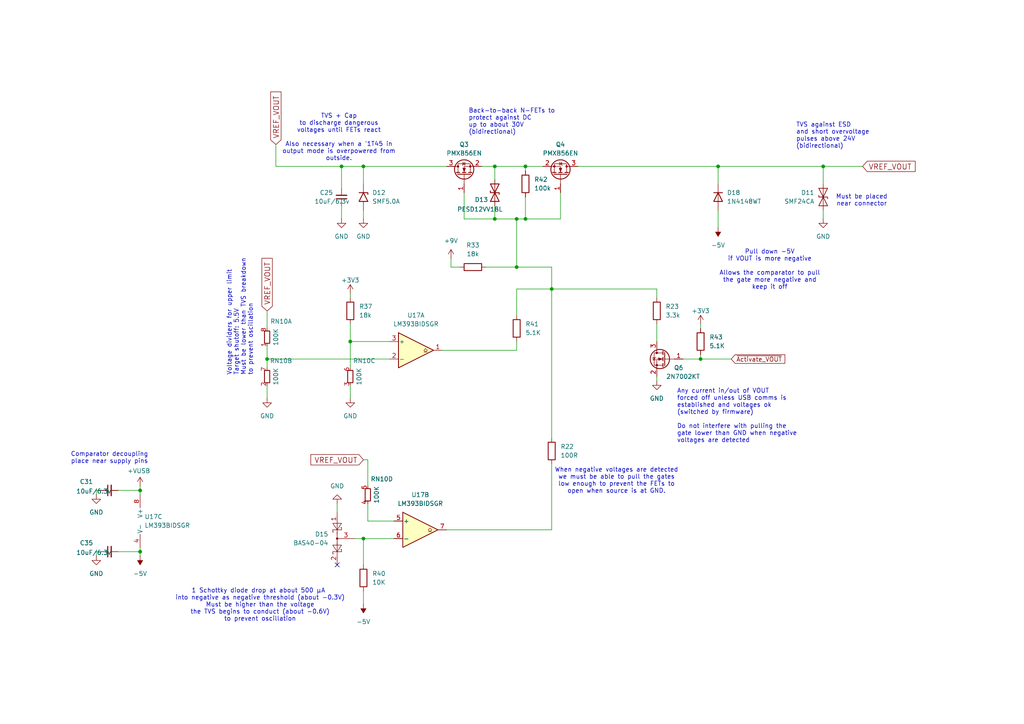
<source format=kicad_sch>
(kicad_sch (version 20231120) (generator "eeschema") (generator_version "8.0")
  (paper "A4")
  (lib_symbols
    (symbol "Comparator:LM393" (pin_names (offset 0.127))
      (property "Reference" "U" (at 3.81 3.81 0))
      (property "Value" "LM393" (at 6.35 -3.81 0))
      (symbol "LM393_1_1"
        (polyline (pts (xy -5.08 5.08) (xy 5.08 0) (xy -5.08 -5.08) (xy -5.08 5.08)) (stroke (width 0.254)) (fill (type background)))
        (polyline (pts (xy 3.302 -0.508) (xy 2.794 -0.508) (xy 3.302 0) (xy 2.794 0.508) (xy 2.286 0) (xy 2.794 -0.508) (xy 2.286 -0.508)) (stroke (width 0.127)))
        (pin open_collector line (at 7.62 0 180) (length 2.54) (name "~") (number "1"))
        (pin input line (at -7.62 -2.54 0) (length 2.54) (name "-") (number "2"))
        (pin input line (at -7.62 2.54 0) (length 2.54) (name "+") (number "3"))
      )
      (symbol "LM393_2_1"
        (polyline (pts (xy -5.08 5.08) (xy 5.08 0) (xy -5.08 -5.08) (xy -5.08 5.08)) (stroke (width 0.254)) (fill (type background)))
        (polyline (pts (xy 3.302 -0.508) (xy 2.794 -0.508) (xy 3.302 0) (xy 2.794 0.508) (xy 2.286 0) (xy 2.794 -0.508) (xy 2.286 -0.508)) (stroke (width 0.127)))
        (pin input line (at -7.62 2.54 0) (length 2.54) (name "+") (number "5"))
        (pin input line (at -7.62 -2.54 0) (length 2.54) (name "-") (number "6"))
        (pin open_collector line (at 7.62 0 180) (length 2.54) (name "~") (number "7"))
      )
      (symbol "LM393_3_1"
        (pin power_in line (at -2.54 -7.62 90) (length 3.81) (name "V-") (number "4"))
        (pin power_in line (at -2.54 7.62 270) (length 3.81) (name "V+") (number "8"))
      )
    )
    (symbol "Device:C_Small" (pin_numbers hide) (pin_names (offset 0.254) hide)
      (property "Reference" "C" (at 0.254 1.778 0))
      (property "Value" "C_Small" (at 0.254 -2.032 0))
      (symbol "C_Small_0_1"
        (polyline (pts (xy -1.524 -0.508) (xy 1.524 -0.508)) (stroke (width 0.3302)))
        (polyline (pts (xy -1.524 0.508) (xy 1.524 0.508)) (stroke (width 0.3048)))
      )
      (symbol "C_Small_1_1"
        (pin passive line (at 0 2.54 270) (length 2.032) (name "~") (number "1"))
        (pin passive line (at 0 -2.54 90) (length 2.032) (name "~") (number "2"))
      )
    )
    (symbol "Device:D_TVS" (pin_numbers hide) (pin_names (offset 1.016) hide)
      (property "Reference" "D" (at 0 2.54 0))
      (property "Value" "D_TVS" (at 0 -2.54 0))
      (symbol "D_TVS_0_1"
        (polyline (pts (xy 1.27 0) (xy -1.27 0)))
        (polyline (pts (xy 0.508 1.27) (xy 0 1.27) (xy 0 -1.27) (xy -0.508 -1.27)) (stroke (width 0.254)))
        (polyline (pts (xy -2.54 1.27) (xy -2.54 -1.27) (xy 2.54 1.27) (xy 2.54 -1.27) (xy -2.54 1.27)) (stroke (width 0.254)))
      )
      (symbol "D_TVS_1_1"
        (pin passive line (at -3.81 0 0) (length 2.54) (name "A1") (number "1"))
        (pin passive line (at 3.81 0 180) (length 2.54) (name "A2") (number "2"))
      )
    )
    (symbol "Device:Q_NMOS_GSD" (pin_names (offset 0) hide)
      (property "Reference" "Q" (at 5.08 1.27 0))
      (property "Value" "Q_NMOS_GSD" (at 5.08 -1.27 0))
      (symbol "Q_NMOS_GSD_0_1"
        (polyline (pts (xy 0.254 0) (xy -2.54 0)))
        (polyline (pts (xy 0.254 1.905) (xy 0.254 -1.905)) (stroke (width 0.254)))
        (polyline (pts (xy 0.762 -1.27) (xy 0.762 -2.286)) (stroke (width 0.254)))
        (polyline (pts (xy 0.762 0.508) (xy 0.762 -0.508)) (stroke (width 0.254)))
        (polyline (pts (xy 0.762 2.286) (xy 0.762 1.27)) (stroke (width 0.254)))
        (polyline (pts (xy 2.54 2.54) (xy 2.54 1.778)))
        (polyline (pts (xy 2.54 -2.54) (xy 2.54 0) (xy 0.762 0)))
        (polyline (pts (xy 0.762 -1.778) (xy 3.302 -1.778) (xy 3.302 1.778) (xy 0.762 1.778)))
        (polyline (pts (xy 1.016 0) (xy 2.032 0.381) (xy 2.032 -0.381) (xy 1.016 0)) (fill (type outline)))
        (polyline (pts (xy 2.794 0.508) (xy 2.921 0.381) (xy 3.683 0.381) (xy 3.81 0.254)))
        (polyline (pts (xy 3.302 0.381) (xy 2.921 -0.254) (xy 3.683 -0.254) (xy 3.302 0.381)))
        (circle (center 1.651 0) (radius 2.794) (stroke (width 0.254)))
        (circle (center 2.54 -1.778) (radius 0.254) (fill (type outline)))
        (circle (center 2.54 1.778) (radius 0.254) (fill (type outline)))
      )
      (symbol "Q_NMOS_GSD_1_1"
        (pin input line (at -5.08 0 0) (length 2.54) (name "G") (number "1"))
        (pin passive line (at 2.54 -5.08 90) (length 2.54) (name "S") (number "2"))
        (pin passive line (at 2.54 5.08 270) (length 2.54) (name "D") (number "3"))
      )
    )
    (symbol "Device:R" (pin_numbers hide) (pin_names (offset 0))
      (property "Reference" "R" (at 2.032 0 90))
      (property "Value" "R" (at 0 0 90))
      (symbol "R_0_1"
        (rectangle (start -1.016 -2.54) (end 1.016 2.54) (stroke (width 0.254)))
      )
      (symbol "R_1_1"
        (pin passive line (at 0 3.81 270) (length 1.27) (name "~") (number "1"))
        (pin passive line (at 0 -3.81 90) (length 1.27) (name "~") (number "2"))
      )
    )
    (symbol "Diode:1N4148WS" (pin_numbers hide) (pin_names hide)
      (property "Reference" "D" (at 0 2.54 0))
      (property "Value" "1N4148WS" (at 0 -2.54 0))
      (symbol "1N4148WS_0_1"
        (polyline (pts (xy -1.27 1.27) (xy -1.27 -1.27)) (stroke (width 0.254)))
        (polyline (pts (xy 1.27 0) (xy -1.27 0)))
        (polyline (pts (xy 1.27 1.27) (xy 1.27 -1.27) (xy -1.27 0) (xy 1.27 1.27)) (stroke (width 0.254)))
      )
      (symbol "1N4148WS_1_1"
        (pin passive line (at -3.81 0 0) (length 2.54) (name "K") (number "1"))
        (pin passive line (at 3.81 0 180) (length 2.54) (name "A") (number "2"))
      )
    )
    (symbol "Diode:BAS40-04" (pin_names (offset 1.016))
      (property "Reference" "D" (at 0.635 -1.27 0))
      (property "Value" "BAS40-04" (at -6.35 5.715 0))
      (symbol "BAS40-04_0_1"
        (polyline (pts (xy -3.81 2.54) (xy -1.27 2.54)))
        (polyline (pts (xy -3.175 1.27) (xy -3.175 1.524)))
        (polyline (pts (xy -2.54 1.27) (xy -3.175 1.27)))
        (polyline (pts (xy -2.54 1.27) (xy -2.54 3.81)))
        (polyline (pts (xy -2.54 3.81) (xy -1.905 3.81)))
        (polyline (pts (xy -1.905 2.54) (xy 1.905 2.54)))
        (polyline (pts (xy -1.905 3.81) (xy -1.905 3.556)))
        (polyline (pts (xy 1.27 2.54) (xy 3.81 2.54)))
        (polyline (pts (xy 3.175 1.27) (xy 3.175 1.524)))
        (polyline (pts (xy 3.81 1.27) (xy 3.175 1.27)))
        (polyline (pts (xy 3.81 1.27) (xy 3.81 3.81)))
        (polyline (pts (xy 3.81 3.81) (xy 4.445 3.81)))
        (polyline (pts (xy 4.445 3.81) (xy 4.445 3.556)))
        (polyline (pts (xy -4.445 3.81) (xy -4.445 1.27) (xy -2.54 2.54) (xy -4.445 3.81)))
        (polyline (pts (xy 1.905 3.81) (xy 1.905 1.27) (xy 3.81 2.54) (xy 1.905 3.81)))
        (circle (center 0 2.54) (radius 0.254) (fill (type outline)))
      )
      (symbol "BAS40-04_1_1"
        (pin passive line (at -7.62 2.54 0) (length 3.81) (name "~") (number "1"))
        (pin passive line (at 7.62 2.54 180) (length 3.81) (name "~") (number "2"))
        (pin passive line (at 0 -2.54 90) (length 5.08) (name "~") (number "3"))
      )
    )
    (symbol "Diode:SMAJ5.0A" (pin_numbers hide) (pin_names (offset 1.016) hide)
      (property "Reference" "D" (at 0 2.54 0))
      (property "Value" "SMAJ5.0A" (at 0 -2.54 0))
      (symbol "SMAJ5.0A_0_1"
        (polyline (pts (xy -0.762 1.27) (xy -1.27 1.27) (xy -1.27 -1.27)) (stroke (width 0.254)))
        (polyline (pts (xy 1.27 1.27) (xy 1.27 -1.27) (xy -1.27 0) (xy 1.27 1.27)) (stroke (width 0.254)))
      )
      (symbol "SMAJ5.0A_1_1"
        (pin passive line (at -3.81 0 0) (length 2.54) (name "A1") (number "1"))
        (pin passive line (at 3.81 0 180) (length 2.54) (name "A2") (number "2"))
      )
    )
    (symbol "Diode:SMAJ5.0CA" (pin_numbers hide) (pin_names (offset 1.016) hide)
      (property "Reference" "D" (at 0 2.54 0))
      (property "Value" "SMAJ5.0CA" (at 0 -2.54 0))
      (symbol "SMAJ5.0CA_0_1"
        (polyline (pts (xy 1.27 0) (xy -1.27 0)))
        (polyline (pts (xy -2.54 -1.27) (xy 0 0) (xy -2.54 1.27) (xy -2.54 -1.27)) (stroke (width 0.2032)))
        (polyline (pts (xy 0.508 1.27) (xy 0 1.27) (xy 0 -1.27) (xy -0.508 -1.27)) (stroke (width 0.2032)))
        (polyline (pts (xy 2.54 1.27) (xy 2.54 -1.27) (xy 0 0) (xy 2.54 1.27)) (stroke (width 0.2032)))
      )
      (symbol "SMAJ5.0CA_1_1"
        (pin passive line (at -3.81 0 0) (length 2.54) (name "A1") (number "1"))
        (pin passive line (at 3.81 0 180) (length 2.54) (name "A2") (number "2"))
      )
    )
    (symbol "GND_1" (power) (pin_numbers hide) (pin_names (offset 0) hide)
      (property "Value" "GND" (at 0 -3.81 0))
      (symbol "GND_1_0_1"
        (polyline (pts (xy 0 0) (xy 0 -1.27) (xy 1.27 -1.27) (xy 0 -2.54) (xy -1.27 -1.27) (xy 0 -1.27)))
      )
      (symbol "GND_1_1_1"
        (pin power_in line (at 0 0 270) (length 0) (name "~") (number "1"))
      )
    )
    (symbol "GND_2" (power) (pin_numbers hide) (pin_names (offset 0) hide)
      (property "Value" "GND" (at 0 -3.81 0))
      (symbol "GND_2_0_1"
        (polyline (pts (xy 0 0) (xy 0 -1.27) (xy 1.27 -1.27) (xy 0 -2.54) (xy -1.27 -1.27) (xy 0 -1.27)))
      )
      (symbol "GND_2_1_1"
        (pin power_in line (at 0 0 270) (length 0) (name "~") (number "1"))
      )
    )
    (symbol "GND_3" (power) (pin_numbers hide) (pin_names (offset 0) hide)
      (property "Value" "GND" (at 0 -3.81 0))
      (symbol "GND_3_0_1"
        (polyline (pts (xy 0 0) (xy 0 -1.27) (xy 1.27 -1.27) (xy 0 -2.54) (xy -1.27 -1.27) (xy 0 -1.27)))
      )
      (symbol "GND_3_1_1"
        (pin power_in line (at 0 0 270) (length 0) (name "~") (number "1"))
      )
    )
    (symbol "GND_4" (power) (pin_numbers hide) (pin_names (offset 0) hide)
      (property "Value" "GND" (at 0 -3.81 0))
      (symbol "GND_4_0_1"
        (polyline (pts (xy 0 0) (xy 0 -1.27) (xy 1.27 -1.27) (xy 0 -2.54) (xy -1.27 -1.27) (xy 0 -1.27)))
      )
      (symbol "GND_4_1_1"
        (pin power_in line (at 0 0 270) (length 0) (name "~") (number "1"))
      )
    )
    (symbol "GND_7" (power) (pin_numbers hide) (pin_names (offset 0) hide)
      (property "Value" "GND" (at 0 -3.81 0))
      (symbol "GND_7_0_1"
        (polyline (pts (xy 0 0) (xy 0 -1.27) (xy 1.27 -1.27) (xy 0 -2.54) (xy -1.27 -1.27) (xy 0 -1.27)))
      )
      (symbol "GND_7_1_1"
        (pin power_in line (at 0 0 270) (length 0) (name "~") (number "1"))
      )
    )
    (symbol "Transistor_FET:BSS138" (pin_names hide)
      (property "Reference" "Q" (at 5.08 1.905 0))
      (property "Value" "BSS138" (at 5.08 0 0))
      (symbol "BSS138_0_1"
        (polyline (pts (xy 0.254 0) (xy -2.54 0)))
        (polyline (pts (xy 0.254 1.905) (xy 0.254 -1.905)) (stroke (width 0.254)))
        (polyline (pts (xy 0.762 -1.27) (xy 0.762 -2.286)) (stroke (width 0.254)))
        (polyline (pts (xy 0.762 0.508) (xy 0.762 -0.508)) (stroke (width 0.254)))
        (polyline (pts (xy 0.762 2.286) (xy 0.762 1.27)) (stroke (width 0.254)))
        (polyline (pts (xy 2.54 2.54) (xy 2.54 1.778)))
        (polyline (pts (xy 2.54 -2.54) (xy 2.54 0) (xy 0.762 0)))
        (polyline (pts (xy 0.762 -1.778) (xy 3.302 -1.778) (xy 3.302 1.778) (xy 0.762 1.778)))
        (polyline (pts (xy 1.016 0) (xy 2.032 0.381) (xy 2.032 -0.381) (xy 1.016 0)) (fill (type outline)))
        (polyline (pts (xy 2.794 0.508) (xy 2.921 0.381) (xy 3.683 0.381) (xy 3.81 0.254)))
        (polyline (pts (xy 3.302 0.381) (xy 2.921 -0.254) (xy 3.683 -0.254) (xy 3.302 0.381)))
        (circle (center 1.651 0) (radius 2.794) (stroke (width 0.254)))
        (circle (center 2.54 -1.778) (radius 0.254) (fill (type outline)))
        (circle (center 2.54 1.778) (radius 0.254) (fill (type outline)))
      )
      (symbol "BSS138_1_1"
        (pin input line (at -5.08 0 0) (length 2.54) (name "G") (number "1"))
        (pin passive line (at 2.54 -5.08 90) (length 2.54) (name "S") (number "2"))
        (pin passive line (at 2.54 5.08 270) (length 2.54) (name "D") (number "3"))
      )
    )
    (symbol "dp-power:+VUSB" (power) (pin_names (offset 1.016))
      (property "Value" "+VUSB" (at 0 5.08 0))
      (symbol "+VUSB_0_1"
        (polyline (pts (xy 0 0) (xy 0 2.54)))
        (polyline (pts (xy 0 2.54) (xy -0.762 1.27)))
        (polyline (pts (xy 0 2.54) (xy 0.762 1.27)))
      )
      (symbol "+VUSB_1_1"
        (pin power_in line (at 0 0 90) (length 0) hide (name "+VUSB") (number "1"))
      )
    )
    (symbol "dp-rarray:R_Array" (pin_names (offset 0) hide)
      (property "Reference" "RN" (at 2.286 0.762 0))
      (property "Value" "R_Array" (at 4.572 -0.762 0))
      (symbol "R_Array_0_1"
        (rectangle (start 0.762 1.778) (end -0.762 -1.778) (stroke (width 0.254)))
      )
      (symbol "R_Array_1_1"
        (pin passive line (at 0 2.54 270) (length 0.762) (name "R1.1") (number "1"))
        (pin passive line (at 0 -2.54 90) (length 0.762) (name "R1.8") (number "8"))
      )
      (symbol "R_Array_2_1"
        (pin passive line (at 0 2.54 270) (length 0.762) (name "R1.1") (number "2"))
        (pin passive line (at 0 -2.54 90) (length 0.762) (name "R1.8") (number "7"))
      )
      (symbol "R_Array_3_1"
        (pin passive line (at 0 2.54 270) (length 0.762) (name "R1.1") (number "3"))
        (pin passive line (at 0 -2.54 90) (length 0.762) (name "R1.8") (number "6"))
      )
      (symbol "R_Array_4_1"
        (pin passive line (at 0 2.54 270) (length 0.762) (name "R1.1") (number "4"))
        (pin passive line (at 0 -2.54 90) (length 0.762) (name "R1.8") (number "5"))
      )
    )
    (symbol "power:+3V3" (power) (pin_names (offset 0))
      (property "Value" "+3V3" (at 0 3.556 0))
      (symbol "+3V3_0_1"
        (polyline (pts (xy -0.762 1.27) (xy 0 2.54)))
        (polyline (pts (xy 0 0) (xy 0 2.54)))
        (polyline (pts (xy 0 2.54) (xy 0.762 1.27)))
      )
      (symbol "+3V3_1_1"
        (pin power_in line (at 0 0 90) (length 0) hide (name "+3V3") (number "1"))
      )
    )
    (symbol "power:+9V" (power) (pin_numbers hide) (pin_names (offset 0) hide)
      (property "Value" "+9V" (at 0 3.556 0))
      (symbol "+9V_0_1"
        (polyline (pts (xy -0.762 1.27) (xy 0 2.54)))
        (polyline (pts (xy 0 0) (xy 0 2.54)))
        (polyline (pts (xy 0 2.54) (xy 0.762 1.27)))
      )
      (symbol "+9V_1_1"
        (pin power_in line (at 0 0 90) (length 0) (name "~") (number "1"))
      )
    )
    (symbol "power:-5V" (power) (pin_numbers hide) (pin_names (offset 0) hide)
      (property "Value" "-5V" (at 0 3.556 0))
      (symbol "-5V_0_0"
        (pin power_in line (at 0 0 90) (length 0) (name "~") (number "1"))
      )
      (symbol "-5V_0_1"
        (polyline (pts (xy 0 0) (xy 0 1.27) (xy 0.762 1.27) (xy 0 2.54) (xy -0.762 1.27) (xy 0 1.27)) (fill (type outline)))
      )
    )
  )
  (junction (at 105.41 48.26))
  (junction (at 143.51 63.5))
  (junction (at 99.06 48.26))
  (junction (at 160.02 83.82))
  (junction (at 77.47 104.14))
  (junction (at 152.4 48.26))
  (junction (at 152.4 63.5))
  (junction (at 143.51 48.26))
  (junction (at 101.6 99.06))
  (junction (at 203.2 104.14))
  (junction (at 40.64 160.02))
  (junction (at 149.86 63.5))
  (junction (at 105.41 156.21))
  (junction (at 149.86 77.47))
  (junction (at 238.76 48.26))
  (junction (at 208.28 48.26))
  (junction (at 40.64 142.24))
  (no_connect (at 97.79 163.83))
  (wire (pts (xy 105.41 156.21) (xy 114.3 156.21)))
  (wire (pts (xy 152.4 63.5) (xy 162.56 63.5)))
  (wire (pts (xy 143.51 59.69) (xy 143.51 63.5)))
  (wire (pts (xy 77.47 104.14) (xy 77.47 106.68)))
  (wire (pts (xy 80.01 41.91) (xy 80.01 48.26)))
  (wire (pts (xy 40.64 158.75) (xy 40.64 160.02)))
  (wire (pts (xy 101.6 99.06) (xy 113.03 99.06)))
  (wire (pts (xy 105.41 48.26) (xy 105.41 53.34)))
  (wire (pts (xy 149.86 77.47) (xy 149.86 63.5)))
  (wire (pts (xy 160.02 83.82) (xy 149.86 83.82)))
  (wire (pts (xy 160.02 83.82) (xy 160.02 127)))
  (wire (pts (xy 149.86 77.47) (xy 160.02 77.47)))
  (wire (pts (xy 190.5 86.36) (xy 190.5 83.82)))
  (wire (pts (xy 77.47 111.76) (xy 77.47 115.57)))
  (wire (pts (xy 238.76 60.96) (xy 238.76 63.5)))
  (wire (pts (xy 129.54 153.67) (xy 160.02 153.67)))
  (wire (pts (xy 101.6 99.06) (xy 101.6 106.68)))
  (wire (pts (xy 162.56 63.5) (xy 162.56 55.88)))
  (wire (pts (xy 203.2 104.14) (xy 212.09 104.14)))
  (wire (pts (xy 198.12 104.14) (xy 203.2 104.14)))
  (wire (pts (xy 149.86 99.06) (xy 149.86 101.6)))
  (wire (pts (xy 34.29 160.02) (xy 40.64 160.02)))
  (wire (pts (xy 99.06 59.69) (xy 99.06 63.5)))
  (wire (pts (xy 167.64 48.26) (xy 208.28 48.26)))
  (wire (pts (xy 77.47 100.33) (xy 77.47 104.14)))
  (wire (pts (xy 105.41 156.21) (xy 105.41 163.83)))
  (wire (pts (xy 208.28 48.26) (xy 238.76 48.26)))
  (wire (pts (xy 152.4 48.26) (xy 152.4 49.53)))
  (wire (pts (xy 208.28 60.96) (xy 208.28 66.04)))
  (wire (pts (xy 105.41 171.45) (xy 105.41 175.26)))
  (wire (pts (xy 101.6 111.76) (xy 101.6 115.57)))
  (wire (pts (xy 27.94 142.24) (xy 27.94 143.51)))
  (wire (pts (xy 160.02 153.67) (xy 160.02 134.62)))
  (wire (pts (xy 80.01 48.26) (xy 99.06 48.26)))
  (wire (pts (xy 77.47 104.14) (xy 113.03 104.14)))
  (wire (pts (xy 139.7 48.26) (xy 143.51 48.26)))
  (wire (pts (xy 134.62 63.5) (xy 134.62 55.88)))
  (wire (pts (xy 40.64 140.97) (xy 40.64 142.24)))
  (wire (pts (xy 190.5 93.98) (xy 190.5 99.06)))
  (wire (pts (xy 40.64 142.24) (xy 40.64 143.51)))
  (wire (pts (xy 34.29 142.24) (xy 40.64 142.24)))
  (wire (pts (xy 106.68 146.05) (xy 106.68 151.13)))
  (wire (pts (xy 29.21 160.02) (xy 27.94 160.02)))
  (wire (pts (xy 128.27 101.6) (xy 149.86 101.6)))
  (wire (pts (xy 106.68 133.35) (xy 106.68 140.97)))
  (wire (pts (xy 149.86 63.5) (xy 152.4 63.5)))
  (wire (pts (xy 190.5 83.82) (xy 160.02 83.82)))
  (wire (pts (xy 149.86 63.5) (xy 143.51 63.5)))
  (wire (pts (xy 77.47 90.17) (xy 77.47 95.25)))
  (wire (pts (xy 238.76 48.26) (xy 238.76 53.34)))
  (wire (pts (xy 134.62 63.5) (xy 143.51 63.5)))
  (wire (pts (xy 99.06 48.26) (xy 99.06 54.61)))
  (wire (pts (xy 140.97 77.47) (xy 149.86 77.47)))
  (wire (pts (xy 114.3 151.13) (xy 106.68 151.13)))
  (wire (pts (xy 97.79 146.05) (xy 97.79 148.59)))
  (wire (pts (xy 102.87 156.21) (xy 105.41 156.21)))
  (wire (pts (xy 40.64 160.02) (xy 40.64 161.29)))
  (wire (pts (xy 29.21 142.24) (xy 27.94 142.24)))
  (wire (pts (xy 208.28 48.26) (xy 208.28 53.34)))
  (wire (pts (xy 99.06 48.26) (xy 105.41 48.26)))
  (wire (pts (xy 27.94 160.02) (xy 27.94 161.29)))
  (wire (pts (xy 105.41 48.26) (xy 129.54 48.26)))
  (wire (pts (xy 152.4 57.15) (xy 152.4 63.5)))
  (wire (pts (xy 143.51 48.26) (xy 143.51 52.07)))
  (wire (pts (xy 238.76 48.26) (xy 250.19 48.26)))
  (wire (pts (xy 149.86 83.82) (xy 149.86 91.44)))
  (wire (pts (xy 143.51 48.26) (xy 152.4 48.26)))
  (wire (pts (xy 105.41 133.35) (xy 106.68 133.35)))
  (wire (pts (xy 160.02 77.47) (xy 160.02 83.82)))
  (wire (pts (xy 190.5 109.22) (xy 190.5 110.49)))
  (wire (pts (xy 130.81 74.93) (xy 130.81 77.47)))
  (wire (pts (xy 105.41 60.96) (xy 105.41 63.5)))
  (wire (pts (xy 130.81 77.47) (xy 133.35 77.47)))
  (wire (pts (xy 101.6 85.09) (xy 101.6 86.36)))
  (wire (pts (xy 152.4 48.26) (xy 157.48 48.26)))
  (wire (pts (xy 203.2 102.87) (xy 203.2 104.14)))
  (wire (pts (xy 101.6 93.98) (xy 101.6 99.06)))
  (wire (pts (xy 203.2 93.98) (xy 203.2 95.25)))
  (text "When negative voltages are detected\nwe must be able to pull the gates\nlow enough to prevent the FETs to\nopen when source is at GND." (at 178.816 139.446 0) (effects (font (size 1.27 1.27))))
  (text "TVS against ESD\nand short overvoltage\npulses above 24V\n(bidirectional)" (at 230.886 39.37 0) (effects (font (size 1.27 1.27)) (justify left)))
  (text "TVS + Cap\nto discharge dangerous\nvoltages until FETs react\n\nAlso necessary when a '1T45 in\noutput mode is overpowered from\noutside." (at 98.298 39.878 0) (effects (font (size 1.27 1.27))))
  (text "Back-to-back N-FETs to\nprotect against DC\nup to about 30V\n(bidirectional)" (at 135.89 35.306 0) (effects (font (size 1.27 1.27)) (justify left)))
  (text "Pull down -5V\nif VOUT is more negative\n\nAllows the comparator to pull\nthe gate more negative and\nkeep it off" (at 223.266 78.232 0) (effects (font (size 1.27 1.27))))
  (text "1 Schottky diode drop at about 500 µA \ninto negative as negative threshold (about -0.3V)\nMust be higher than the voltage\nthe TVS begins to conduct (about -0.6V)\nto prevent oscillation" (at 75.438 175.514 0) (effects (font (size 1.27 1.27))))
  (text "Comparator decoupling\nplace near supply pins" (at 31.75 132.842 0) (effects (font (size 1.27 1.27))))
  (text "Voltage dividers for upper limit\nTarget shutoff: 5.5V\nMust be lower than TVS breakdown\nto prevent oscillation" (at 69.596 108.966 90) (effects (font (size 1.27 1.27)) (justify left)))
  (text "Any current in/out of VOUT\nforced off unless USB comms is\nestablished and voltages ok\n(switched by firmware)\n\nDo not interfere with pulling the\ngate lower than GND when negative\nvoltages are detected" (at 196.342 120.65 0) (effects (font (size 1.27 1.27)) (justify left)))
  (text "Must be placed\nnear connector" (at 249.936 58.166 0) (effects (font (size 1.27 1.27))))
  (global_label "VREF_VOUT" (shape input) (at 105.41 133.35 180) (effects (font (size 1.524 1.524))) (property "Intersheetrefs" "${INTERSHEET_REFS}" (effects (hide yes))))
  (global_label "VREF_VOUT" (shape input) (at 77.47 90.17 90) (effects (font (size 1.524 1.524))) (property "Intersheetrefs" "${INTERSHEET_REFS}" (effects (hide yes))))
  (global_label "~{Activate_VOUT}" (shape input) (at 212.09 104.14 0) (property "Intersheetrefs" "${INTERSHEET_REFS}" (effects (hide yes))))
  (global_label "VREF_VOUT" (shape input) (at 250.19 48.26 0) (effects (font (size 1.524 1.524))) (property "Intersheetrefs" "${INTERSHEET_REFS}" (effects (hide yes))))
  (global_label "VREF_VOUT" (shape input) (at 80.01 41.91 90) (effects (font (size 1.524 1.524))) (property "Intersheetrefs" "${INTERSHEET_REFS}" (effects (hide yes))))
  (symbol (lib_id "power:-5V") (at 105.41 175.26 180) (unit 1)
    (property "Reference" "#PWR0134" (effects (hide yes)))
    (property "Value" "-5V" (at 105.41 180.34 0))
    (property "Description" "Power symbol creates a global label with name \"-5V\"" (effects (hide yes)))
  )
  (symbol (lib_id "power:+9V") (at 130.81 74.93 0) (unit 1)
    (property "Reference" "#PWR0102" (effects (hide yes)))
    (property "Value" "+9V" (at 130.81 69.85 0))
    (property "Description" "Power symbol creates a global label with name \"+9V\"" (effects (hide yes)))
  )
  (symbol (lib_id "Device:C_Small") (at 31.75 160.02 90) (unit 1)
    (property "Reference" "C35" (at 23.114 157.48 90) (effects (justify right)))
    (property "Value" "10uF/6.3v" (at 22.098 160.274 90) (effects (justify right)))
    (property "Footprint" "Capacitor_SMD:C_0402_1005Metric" (effects (hide yes)))
    (property "Description" "CL05A106MQ5NUN" (effects (hide yes)))
    (property "RMB" "0.037726" (effects (hide yes)))
    (property "Supplier" "https://item.szlcsc.com/1877.html" (effects (hide yes)))
    (property "MANUFACTURER" "Samsung" (effects (hide yes)))
  )
  (symbol (lib_id "dp-rarray:R_Array") (at 77.47 109.22 180) (unit 2)
    (property "Reference" "RN10" (at 81.534 104.648 0))
    (property "Value" "100K" (at 80.01 109.22 90))
    (property "Footprint" "Resistor_SMD:R_Array_Convex_4x0402" (effects (hide yes)))
    (property "Datasheet" "http://www.vishay.com/docs/31509/csc.pdf" (effects (hide yes)))
    (property "RMB" "0.03666" (effects (hide yes)))
    (property "Supplier" "https://item.szlcsc.com/635571.html" (effects (hide yes)))
  )
  (symbol (lib_id "Comparator:LM393") (at 120.65 101.6 0) (unit 1)
    (property "Reference" "U17" (at 120.65 91.44 0))
    (property "Value" "LM393BIDSGR" (at 120.65 93.98 0))
    (property "Footprint" "Package_SON:WSON-8-1EP_2x2mm_P0.5mm_EP0.9x1.6mm" (effects (hide yes)))
    (property "Datasheet" "http://www.ti.com/lit/ds/symlink/lm393.pdf" (effects (hide yes)))
    (property "Description" "Low-Power, Low-Offset Voltage, Dual Comparators, WSON-8 2x2mm" (effects (hide yes)))
  )
  (symbol (lib_id "power:+3V3") (at 101.6 85.09 0) (unit 1)
    (property "Reference" "#PWR0103" (effects (hide yes)))
    (property "Value" "+3V3" (at 101.6 81.28 0))
  )
  (symbol (lib_id "Device:R") (at 190.5 90.17 0) (unit 1)
    (property "Reference" "R23" (at 193.04 88.8999 0) (effects (justify left)))
    (property "Value" "3.3k" (at 193.04 91.4399 0) (effects (justify left)))
    (property "Footprint" "Resistor_SMD:R_0402_1005Metric" (effects (hide yes)))
    (property "Description" "Resistor" (effects (hide yes)))
  )
  (symbol (lib_id "dp-rarray:R_Array") (at 106.68 143.51 180) (unit 4)
    (property "Reference" "RN10" (at 110.744 138.938 0))
    (property "Value" "100K" (at 109.22 143.51 90))
    (property "Footprint" "Resistor_SMD:R_Array_Convex_4x0402" (effects (hide yes)))
    (property "Datasheet" "http://www.vishay.com/docs/31509/csc.pdf" (effects (hide yes)))
    (property "RMB" "0.03666" (effects (hide yes)))
    (property "Supplier" "https://item.szlcsc.com/635571.html" (effects (hide yes)))
  )
  (symbol (lib_name "GND_4") (lib_id "power:GND") (at 27.94 161.29 0) (unit 1)
    (property "Reference" "#PWR0149" (effects (hide yes)))
    (property "Value" "GND" (at 27.94 166.37 0))
    (property "Description" "Power symbol creates a global label with name \"GND\" , ground" (effects (hide yes)))
  )
  (symbol (lib_id "Comparator:LM393") (at 43.18 151.13 0) (unit 3)
    (property "Reference" "U17" (at 41.91 149.8599 0) (effects (justify left)))
    (property "Value" "LM393BIDSGR" (at 41.91 152.3999 0) (effects (justify left)))
    (property "Footprint" "Package_SON:WSON-8-1EP_2x2mm_P0.5mm_EP0.9x1.6mm" (effects (hide yes)))
    (property "Datasheet" "http://www.ti.com/lit/ds/symlink/lm393.pdf" (effects (hide yes)))
    (property "Description" "Low-Power, Low-Offset Voltage, Dual Comparators, WSON-8 2x2mm" (effects (hide yes)))
  )
  (symbol (lib_name "GND_3") (lib_id "power:GND") (at 97.79 146.05 180) (unit 1)
    (property "Reference" "#PWR0135" (effects (hide yes)))
    (property "Value" "GND" (at 97.79 140.97 0))
    (property "Description" "Power symbol creates a global label with name \"GND\" , ground" (effects (hide yes)))
  )
  (symbol (lib_id "Diode:SMAJ5.0A") (at 105.41 57.15 270) (unit 1)
    (property "Reference" "D12" (at 107.95 55.8799 90) (effects (justify left)))
    (property "Value" "SMF5.0A" (at 107.95 58.4199 90) (effects (justify left)))
    (property "Footprint" "Diode_SMD:D_SMF" (effects (hide yes)))
  )
  (symbol (lib_id "Device:R") (at 105.41 167.64 0) (unit 1)
    (property "Reference" "R40" (at 107.95 166.3699 0) (effects (justify left)))
    (property "Value" "10K" (at 107.95 168.9099 0) (effects (justify left)))
    (property "Footprint" "Resistor_SMD:R_0402_1005Metric" (effects (hide yes)))
    (property "Description" "Resistor" (effects (hide yes)))
  )
  (symbol (lib_id "Diode:BAS40-04") (at 100.33 156.21 90) (mirror x) (unit 1)
    (property "Reference" "D15" (at 95.25 154.9399 90) (effects (justify left)))
    (property "Value" "BAS40-04" (at 95.25 157.4799 90) (effects (justify left)))
    (property "Footprint" "Package_TO_SOT_SMD:SOT-523" (effects (hide yes)))
    (property "Datasheet" "http://www.vishay.com/docs/85701/bas40v.pdf" (effects (hide yes)))
    (property "Description" "40V 0.2A Dual Small Signal Schottky Diodes" (effects (hide yes)))
  )
  (symbol (lib_id "Device:Q_NMOS_GSD") (at 134.62 50.8 90) (unit 1)
    (property "Reference" "Q3" (at 134.62 41.91 90))
    (property "Value" "PMXB56EN" (at 134.62 44.45 90))
    (property "Footprint" "DFN1010D-3:DFN1010D-3_SOT1215_NEX" (effects (hide yes)))
    (property "Description" "N-MOSFET transistor, gate/source/drain" (effects (hide yes)))
    (property "MANUFACTURER" "Nexperia" (effects (hide yes)))
  )
  (symbol (lib_id "dp-rarray:R_Array") (at 101.6 109.22 180) (unit 3)
    (property "Reference" "RN10" (at 105.664 104.648 0))
    (property "Value" "100K" (at 104.14 109.22 90))
    (property "Footprint" "Resistor_SMD:R_Array_Convex_4x0402" (effects (hide yes)))
    (property "Datasheet" "http://www.vishay.com/docs/31509/csc.pdf" (effects (hide yes)))
    (property "RMB" "0.03666" (effects (hide yes)))
    (property "Supplier" "https://item.szlcsc.com/635571.html" (effects (hide yes)))
  )
  (symbol (lib_id "Device:R") (at 101.6 90.17 0) (unit 1)
    (property "Reference" "R37" (at 104.14 88.8999 0) (effects (justify left)))
    (property "Value" "18k" (at 104.14 91.4399 0) (effects (justify left)))
    (property "Footprint" "Resistor_SMD:R_0402_1005Metric" (effects (hide yes)))
    (property "Description" "Resistor" (effects (hide yes)))
  )
  (symbol (lib_id "dp-rarray:R_Array") (at 77.47 97.79 180) (unit 1)
    (property "Reference" "RN10" (at 81.534 93.218 0))
    (property "Value" "100K" (at 80.01 97.79 90))
    (property "Footprint" "Resistor_SMD:R_Array_Convex_4x0402" (effects (hide yes)))
    (property "Datasheet" "http://www.vishay.com/docs/31509/csc.pdf" (effects (hide yes)))
    (property "RMB" "0.03666" (effects (hide yes)))
    (property "Supplier" "https://item.szlcsc.com/635571.html" (effects (hide yes)))
  )
  (symbol (lib_name "GND_2") (lib_id "power:GND") (at 105.41 63.5 0) (unit 1)
    (property "Reference" "#PWR096" (effects (hide yes)))
    (property "Value" "GND" (at 105.41 68.58 0))
    (property "Description" "Power symbol creates a global label with name \"GND\" , ground" (effects (hide yes)))
  )
  (symbol (lib_id "Device:R") (at 203.2 99.06 0) (unit 1)
    (property "Reference" "R43" (at 205.74 97.7899 0) (effects (justify left)))
    (property "Value" "5.1K" (at 205.74 100.3299 0) (effects (justify left)))
    (property "Footprint" "Resistor_SMD:R_0402_1005Metric" (effects (hide yes)))
    (property "Description" "Resistor" (effects (hide yes)))
  )
  (symbol (lib_id "Device:D_TVS") (at 143.51 55.88 90) (unit 1)
    (property "Reference" "D13" (at 137.668 57.912 90) (effects (justify right)))
    (property "Value" "PESD12VV1BL" (at 132.588 60.706 90) (effects (justify right)))
    (property "Footprint" "Diode_SMD:D_SOD-882D" (effects (hide yes)))
    (property "Description" "Bidirectional transient-voltage-suppression diode" (effects (hide yes)))
    (property "MANUFACTURER" "Nexperia" (effects (hide yes)))
  )
  (symbol (lib_id "Device:R") (at 149.86 95.25 0) (unit 1)
    (property "Reference" "R41" (at 152.4 93.9799 0) (effects (justify left)))
    (property "Value" "5.1K" (at 152.4 96.5199 0) (effects (justify left)))
    (property "Footprint" "Resistor_SMD:R_0402_1005Metric" (effects (hide yes)))
    (property "Description" "Resistor" (effects (hide yes)))
  )
  (symbol (lib_name "GND_2") (lib_id "power:GND") (at 99.06 63.5 0) (unit 1)
    (property "Reference" "#PWR097" (effects (hide yes)))
    (property "Value" "GND" (at 99.06 68.58 0))
    (property "Description" "Power symbol creates a global label with name \"GND\" , ground" (effects (hide yes)))
  )
  (symbol (lib_name "GND_4") (lib_id "power:GND") (at 77.47 115.57 0) (unit 1)
    (property "Reference" "#PWR0106" (effects (hide yes)))
    (property "Value" "GND" (at 77.47 120.65 0))
    (property "Description" "Power symbol creates a global label with name \"GND\" , ground" (effects (hide yes)))
  )
  (symbol (lib_id "Device:R") (at 137.16 77.47 90) (unit 1)
    (property "Reference" "R33" (at 137.16 71.12 90))
    (property "Value" "18k" (at 137.16 73.66 90))
    (property "Footprint" "Resistor_SMD:R_0402_1005Metric" (effects (hide yes)))
    (property "Description" "Resistor" (effects (hide yes)))
  )
  (symbol (lib_id "Device:C_Small") (at 31.75 142.24 90) (unit 1)
    (property "Reference" "C31" (at 23.114 139.7 90) (effects (justify right)))
    (property "Value" "10uF/6.3v" (at 22.098 142.494 90) (effects (justify right)))
    (property "Footprint" "Capacitor_SMD:C_0402_1005Metric" (effects (hide yes)))
    (property "Description" "CL05A106MQ5NUN" (effects (hide yes)))
    (property "RMB" "0.037726" (effects (hide yes)))
    (property "Supplier" "https://item.szlcsc.com/1877.html" (effects (hide yes)))
    (property "MANUFACTURER" "Samsung" (effects (hide yes)))
  )
  (symbol (lib_name "GND_7") (lib_id "power:GND") (at 190.5 110.49 0) (unit 1)
    (property "Reference" "#PWR0118" (effects (hide yes)))
    (property "Value" "GND" (at 190.5 115.57 0))
    (property "Description" "Power symbol creates a global label with name \"GND\" , ground" (effects (hide yes)))
  )
  (symbol (lib_id "dp-power:+VUSB") (at 40.64 140.97 0) (unit 1)
    (property "Reference" "#PWR0138" (effects (hide yes)))
    (property "Value" "+VUSB" (at 40.259 136.5758 0))
  )
  (symbol (lib_name "GND_1") (lib_id "power:GND") (at 238.76 63.5 0) (unit 1)
    (property "Reference" "#PWR095" (effects (hide yes)))
    (property "Value" "GND" (at 238.76 68.58 0))
    (property "Description" "Power symbol creates a global label with name \"GND\" , ground" (effects (hide yes)))
  )
  (symbol (lib_id "Device:C_Small") (at 99.06 57.15 180) (unit 1)
    (property "Reference" "C25" (at 92.71 55.88 0) (effects (justify right)))
    (property "Value" "10uF/6.3v" (at 91.186 58.42 0) (effects (justify right)))
    (property "Footprint" "Capacitor_SMD:C_0402_1005Metric" (effects (hide yes)))
    (property "Description" "CL05A106MQ5NUN" (effects (hide yes)))
    (property "RMB" "0.037726" (effects (hide yes)))
    (property "Supplier" "https://item.szlcsc.com/1877.html" (effects (hide yes)))
    (property "MANUFACTURER" "Samsung" (effects (hide yes)))
  )
  (symbol (lib_name "GND_4") (lib_id "power:GND") (at 101.6 115.57 0) (unit 1)
    (property "Reference" "#PWR0110" (effects (hide yes)))
    (property "Value" "GND" (at 101.6 120.65 0))
    (property "Description" "Power symbol creates a global label with name \"GND\" , ground" (effects (hide yes)))
  )
  (symbol (lib_id "Diode:SMAJ5.0CA") (at 238.76 57.15 90) (unit 1)
    (property "Reference" "D11" (at 236.22 55.8799 90) (effects (justify left)))
    (property "Value" "SMF24CA" (at 236.22 58.4199 90) (effects (justify left)))
    (property "Footprint" "Diode_SMD:D_SMF" (effects (hide yes)))
  )
  (symbol (lib_id "Diode:1N4148WS") (at 208.28 57.15 270) (unit 1)
    (property "Reference" "D18" (at 210.82 55.88 90) (effects (justify left)))
    (property "Value" "1N4148WT" (at 210.82 58.42 90) (effects (justify left)))
    (property "Footprint" "Diode_SMD:D_SOD-523" (effects (hide yes)))
    (property "Datasheet" "https://www.vishay.com/docs/85751/1n4148ws.pdf" (effects (hide yes)))
    (property "RMB" "0.182079" (effects (hide yes)))
    (property "Supplier" "https://item.szlcsc.com/120141.html" (effects (hide yes)))
  )
  (symbol (lib_id "power:-5V") (at 40.64 161.29 180) (unit 1)
    (property "Reference" "#PWR0137" (effects (hide yes)))
    (property "Value" "-5V" (at 40.64 166.37 0))
    (property "Description" "Power symbol creates a global label with name \"-5V\"" (effects (hide yes)))
  )
  (symbol (lib_id "Device:R") (at 152.4 53.34 0) (unit 1)
    (property "Reference" "R42" (at 154.94 52.0699 0) (effects (justify left)))
    (property "Value" "100k" (at 154.94 54.6099 0) (effects (justify left)))
    (property "Footprint" "Resistor_SMD:R_0402_1005Metric" (effects (hide yes)))
    (property "Description" "Resistor" (effects (hide yes)))
  )
  (symbol (lib_id "power:-5V") (at 208.28 66.04 180) (unit 1)
    (property "Reference" "#PWR094" (effects (hide yes)))
    (property "Value" "-5V" (at 208.28 71.12 0))
    (property "Description" "Power symbol creates a global label with name \"-5V\"" (effects (hide yes)))
  )
  (symbol (lib_id "Comparator:LM393") (at 121.92 153.67 0) (unit 2)
    (property "Reference" "U17" (at 121.92 143.51 0))
    (property "Value" "LM393BIDSGR" (at 121.92 146.05 0))
    (property "Footprint" "Package_SON:WSON-8-1EP_2x2mm_P0.5mm_EP0.9x1.6mm" (effects (hide yes)))
    (property "Datasheet" "http://www.ti.com/lit/ds/symlink/lm393.pdf" (effects (hide yes)))
    (property "Description" "Low-Power, Low-Offset Voltage, Dual Comparators, WSON-8 2x2mm" (effects (hide yes)))
  )
  (symbol (lib_id "Device:R") (at 160.02 130.81 0) (unit 1)
    (property "Reference" "R22" (at 162.56 129.5399 0) (effects (justify left)))
    (property "Value" "100R" (at 162.56 132.0799 0) (effects (justify left)))
    (property "Footprint" "Resistor_SMD:R_0402_1005Metric" (effects (hide yes)))
    (property "Description" "Resistor" (effects (hide yes)))
  )
  (symbol (lib_name "GND_4") (lib_id "power:GND") (at 27.94 143.51 0) (unit 1)
    (property "Reference" "#PWR0142" (effects (hide yes)))
    (property "Value" "GND" (at 27.94 148.59 0))
    (property "Description" "Power symbol creates a global label with name \"GND\" , ground" (effects (hide yes)))
  )
  (symbol (lib_id "Transistor_FET:BSS138") (at 193.04 104.14 0) (mirror y) (unit 1)
    (property "Reference" "Q6" (at 196.85 106.68 0))
    (property "Value" "2N7002KT" (at 198.12 109.22 0))
    (property "Footprint" "Package_TO_SOT_SMD:SOT-523" (effects (hide yes)))
    (property "Datasheet" "https://www.onsemi.com/download/data-sheet/pdf/2n7002t-d.pdf" (effects (hide yes)))
    (property "RMB" "0.140017" (effects (hide yes)))
    (property "Supplier" "https://item.szlcsc.com/544697.html" (effects (hide yes)))
    (property "MANUFACTURER" "CBI" (effects (hide yes)))
  )
  (symbol (lib_id "power:+3V3") (at 203.2 93.98 0) (unit 1)
    (property "Reference" "#PWR0136" (effects (hide yes)))
    (property "Value" "+3V3" (at 203.2 90.17 0))
  )
  (symbol (lib_id "Device:Q_NMOS_GSD") (at 162.56 50.8 270) (mirror x) (unit 1)
    (property "Reference" "Q4" (at 162.56 41.91 90))
    (property "Value" "PMXB56EN" (at 162.56 44.45 90))
    (property "Footprint" "DFN1010D-3:DFN1010D-3_SOT1215_NEX" (effects (hide yes)))
    (property "Description" "N-MOSFET transistor, gate/source/drain" (effects (hide yes)))
    (property "MANUFACTURER" "Nexperia" (effects (hide yes)))
  )
)
</source>
